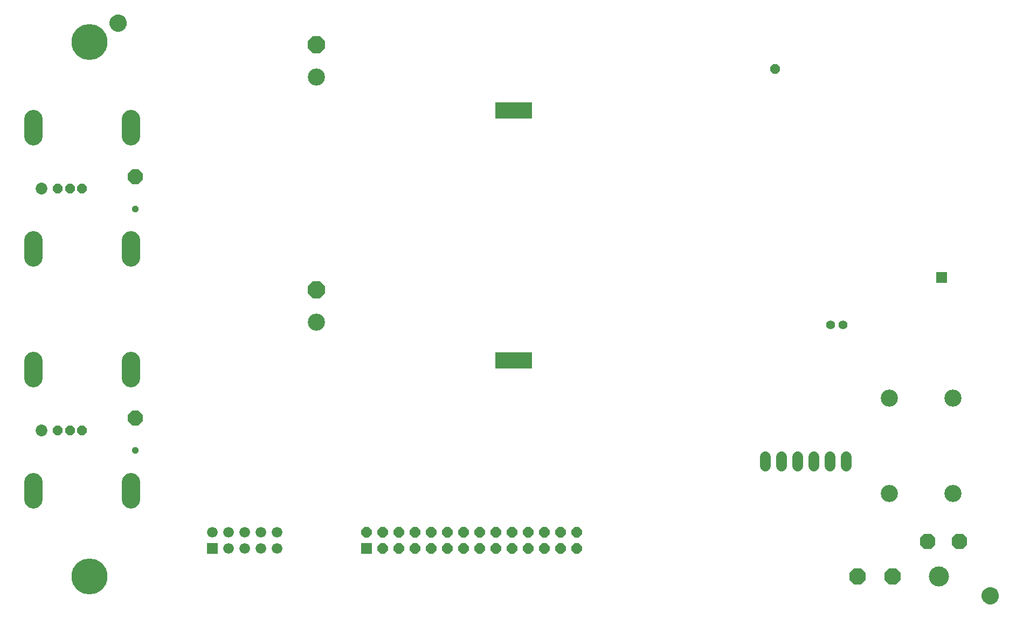
<source format=gbs>
G75*
%MOIN*%
%OFA0B0*%
%FSLAX25Y25*%
%IPPOS*%
%LPD*%
%AMOC8*
5,1,8,0,0,1.08239X$1,22.5*
%
%ADD10R,0.22500X0.10000*%
%ADD11R,0.06500X0.06500*%
%ADD12C,0.13198*%
%ADD13OC8,0.10293*%
%ADD14C,0.12411*%
%ADD15C,0.00500*%
%ADD16OC8,0.09655*%
%ADD17C,0.10600*%
%ADD18C,0.06506*%
%ADD19C,0.05600*%
%ADD20OC8,0.05915*%
%ADD21OC8,0.09200*%
%ADD22OC8,0.04143*%
%ADD23C,0.11238*%
%ADD24OC8,0.06506*%
%ADD25R,0.06506X0.06506*%
%ADD26OC8,0.10600*%
%ADD27R,0.06600X0.06600*%
%ADD28C,0.06600*%
%ADD29C,0.07293*%
%ADD30C,0.22254*%
D10*
X0492957Y0186283D03*
X0492957Y0340783D03*
D11*
X0757457Y0237533D03*
D12*
X0230514Y0383146D03*
X0230514Y0052437D03*
D13*
X0705554Y0052437D03*
X0727207Y0052437D03*
D14*
X0755948Y0052437D03*
D15*
X0782903Y0042336D02*
X0783271Y0043126D01*
X0783771Y0043840D01*
X0784387Y0044456D01*
X0785101Y0044956D01*
X0785891Y0045324D01*
X0786733Y0045550D01*
X0787601Y0045626D01*
X0788469Y0045550D01*
X0789311Y0045324D01*
X0790101Y0044956D01*
X0790815Y0044456D01*
X0791431Y0043840D01*
X0791931Y0043126D01*
X0792300Y0042336D01*
X0792525Y0041494D01*
X0792601Y0040626D01*
X0792525Y0039758D01*
X0792300Y0038916D01*
X0791931Y0038126D01*
X0791431Y0037412D01*
X0790815Y0036796D01*
X0790101Y0036296D01*
X0789311Y0035928D01*
X0788469Y0035702D01*
X0787601Y0035626D01*
X0786733Y0035702D01*
X0785891Y0035928D01*
X0785101Y0036296D01*
X0784387Y0036796D01*
X0783771Y0037412D01*
X0783271Y0038126D01*
X0782903Y0038916D01*
X0782677Y0039758D01*
X0782601Y0040626D01*
X0782677Y0041494D01*
X0782903Y0042336D01*
X0782879Y0042249D02*
X0792323Y0042249D01*
X0792456Y0041751D02*
X0782746Y0041751D01*
X0782656Y0041252D02*
X0792546Y0041252D01*
X0792590Y0040754D02*
X0782612Y0040754D01*
X0782633Y0040255D02*
X0792569Y0040255D01*
X0792525Y0039757D02*
X0782677Y0039757D01*
X0782811Y0039258D02*
X0792391Y0039258D01*
X0792227Y0038760D02*
X0782975Y0038760D01*
X0783208Y0038261D02*
X0791994Y0038261D01*
X0791677Y0037763D02*
X0783525Y0037763D01*
X0783919Y0037264D02*
X0791283Y0037264D01*
X0790772Y0036766D02*
X0784430Y0036766D01*
X0785163Y0036267D02*
X0790039Y0036267D01*
X0788718Y0035769D02*
X0786484Y0035769D01*
X0783095Y0042748D02*
X0792108Y0042748D01*
X0791847Y0043246D02*
X0783355Y0043246D01*
X0783704Y0043745D02*
X0791498Y0043745D01*
X0791028Y0044243D02*
X0784174Y0044243D01*
X0784795Y0044742D02*
X0790407Y0044742D01*
X0789492Y0045240D02*
X0785710Y0045240D01*
X0252561Y0392457D02*
X0252061Y0391743D01*
X0251445Y0391126D01*
X0250731Y0390627D01*
X0249941Y0390258D01*
X0249099Y0390033D01*
X0248231Y0389957D01*
X0247363Y0390033D01*
X0246521Y0390258D01*
X0245731Y0390627D01*
X0245017Y0391126D01*
X0244401Y0391743D01*
X0243901Y0392457D01*
X0243533Y0393247D01*
X0243307Y0394088D01*
X0243231Y0394957D01*
X0243307Y0395825D01*
X0243533Y0396667D01*
X0243901Y0397457D01*
X0244401Y0398171D01*
X0245017Y0398787D01*
X0245731Y0399287D01*
X0246521Y0399655D01*
X0247363Y0399881D01*
X0248231Y0399957D01*
X0249099Y0399881D01*
X0249941Y0399655D01*
X0250731Y0399287D01*
X0251445Y0398787D01*
X0252061Y0398171D01*
X0252561Y0397457D01*
X0252929Y0396667D01*
X0253155Y0395825D01*
X0253231Y0394957D01*
X0253155Y0394088D01*
X0252929Y0393247D01*
X0252561Y0392457D01*
X0252676Y0392703D02*
X0243786Y0392703D01*
X0243554Y0393201D02*
X0252908Y0393201D01*
X0253051Y0393700D02*
X0243411Y0393700D01*
X0243297Y0394198D02*
X0253165Y0394198D01*
X0253208Y0394697D02*
X0243254Y0394697D01*
X0243252Y0395195D02*
X0253210Y0395195D01*
X0253166Y0395694D02*
X0243295Y0395694D01*
X0243405Y0396192D02*
X0253057Y0396192D01*
X0252918Y0396691D02*
X0243544Y0396691D01*
X0243776Y0397189D02*
X0252686Y0397189D01*
X0252399Y0397688D02*
X0244063Y0397688D01*
X0244416Y0398186D02*
X0252046Y0398186D01*
X0251547Y0398685D02*
X0244915Y0398685D01*
X0245583Y0399183D02*
X0250879Y0399183D01*
X0249841Y0399682D02*
X0246620Y0399682D01*
X0244078Y0392204D02*
X0252384Y0392204D01*
X0252024Y0391706D02*
X0244438Y0391706D01*
X0244936Y0391207D02*
X0251526Y0391207D01*
X0250848Y0390709D02*
X0245614Y0390709D01*
X0246700Y0390210D02*
X0249762Y0390210D01*
D16*
X0748861Y0074091D03*
X0768546Y0074091D03*
D17*
X0764392Y0104006D03*
X0725022Y0104006D03*
X0725022Y0163061D03*
X0764392Y0163061D03*
X0370957Y0210033D03*
X0370957Y0361533D03*
D18*
X0648457Y0126736D02*
X0648457Y0120831D01*
X0658457Y0120831D02*
X0658457Y0126736D01*
X0668457Y0126736D02*
X0668457Y0120831D01*
X0678457Y0120831D02*
X0678457Y0126736D01*
X0688457Y0126736D02*
X0688457Y0120831D01*
X0698457Y0120831D02*
X0698457Y0126736D01*
D19*
X0696644Y0208283D03*
X0688770Y0208283D03*
D20*
X0654457Y0366533D03*
X0225987Y0292594D03*
X0218487Y0292594D03*
X0210987Y0292594D03*
X0210987Y0142988D03*
X0218487Y0142988D03*
X0225987Y0142988D03*
D21*
X0258707Y0150533D03*
X0258957Y0299783D03*
D22*
X0258957Y0279783D03*
X0258707Y0130533D03*
D23*
X0195869Y0110906D02*
X0195869Y0100268D01*
X0256105Y0100268D02*
X0256105Y0110906D01*
X0256105Y0175268D02*
X0256105Y0185906D01*
X0195869Y0185906D02*
X0195869Y0175268D01*
X0195869Y0249874D02*
X0195869Y0260512D01*
X0256105Y0260512D02*
X0256105Y0249874D01*
X0256105Y0324874D02*
X0256105Y0335512D01*
X0195869Y0335512D02*
X0195869Y0324874D01*
D24*
X0401853Y0079996D03*
X0411853Y0079996D03*
X0421853Y0079996D03*
X0431853Y0079996D03*
X0441853Y0079996D03*
X0451853Y0079996D03*
X0461853Y0079996D03*
X0471853Y0079996D03*
X0481853Y0079996D03*
X0491853Y0079996D03*
X0501853Y0079996D03*
X0511853Y0079996D03*
X0521853Y0079996D03*
X0531853Y0079996D03*
X0531853Y0069996D03*
X0521853Y0069996D03*
X0511853Y0069996D03*
X0501853Y0069996D03*
X0491853Y0069996D03*
X0481853Y0069996D03*
X0471853Y0069996D03*
X0461853Y0069996D03*
X0451853Y0069996D03*
X0441853Y0069996D03*
X0431853Y0069996D03*
X0421853Y0069996D03*
X0411853Y0069996D03*
D25*
X0401853Y0069996D03*
D26*
X0370957Y0230033D03*
X0370957Y0381533D03*
D27*
X0306656Y0069996D03*
D28*
X0316656Y0069996D03*
X0326656Y0069996D03*
X0336656Y0069996D03*
X0346656Y0069996D03*
X0346656Y0079996D03*
X0336656Y0079996D03*
X0326656Y0079996D03*
X0316656Y0079996D03*
X0306656Y0079996D03*
D29*
X0200987Y0142988D03*
X0200987Y0292594D03*
D30*
X0230514Y0383146D03*
X0230514Y0052437D03*
M02*

</source>
